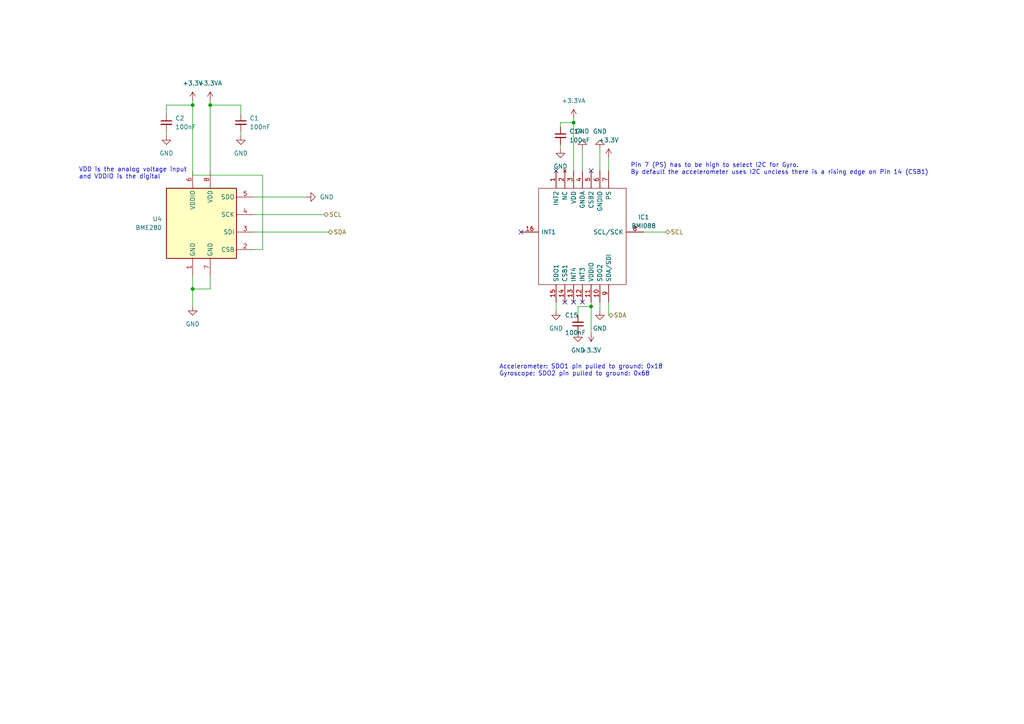
<source format=kicad_sch>
(kicad_sch (version 20211123) (generator eeschema)

  (uuid 2d7691d2-535b-4516-ba69-67d360335a53)

  (paper "A4")

  (lib_symbols
    (symbol "Components:BMI088" (pin_names (offset 0.762)) (in_bom yes) (on_board yes)
      (property "Reference" "IC" (id 0) (at 31.75 17.78 0)
        (effects (font (size 1.27 1.27)) (justify left))
      )
      (property "Value" "BMI088" (id 1) (at 31.75 15.24 0)
        (effects (font (size 1.27 1.27)) (justify left))
      )
      (property "Footprint" "Components:BMI088" (id 2) (at 31.75 12.7 0)
        (effects (font (size 1.27 1.27)) (justify left) hide)
      )
      (property "Datasheet" "https://datasheet.datasheetarchive.com/originals/distributors/Datasheets_SAMA/994c3bf88e91a9e9fead6a819d348e4d.pdf" (id 3) (at 31.75 10.16 0)
        (effects (font (size 1.27 1.27)) (justify left) hide)
      )
      (property "Description" "Inertial Measurement Unit Digital Output 2.5V/3.3V Automotive" (id 4) (at 31.75 7.62 0)
        (effects (font (size 1.27 1.27)) (justify left) hide)
      )
      (property "Height" "1.45" (id 5) (at 31.75 5.08 0)
        (effects (font (size 1.27 1.27)) (justify left) hide)
      )
      (property "Manufacturer_Name" "BOSCH" (id 6) (at 31.75 2.54 0)
        (effects (font (size 1.27 1.27)) (justify left) hide)
      )
      (property "Manufacturer_Part_Number" "BMI088" (id 7) (at 31.75 0 0)
        (effects (font (size 1.27 1.27)) (justify left) hide)
      )
      (property "Mouser Part Number" "262-BMI088" (id 8) (at 31.75 -2.54 0)
        (effects (font (size 1.27 1.27)) (justify left) hide)
      )
      (property "Mouser Price/Stock" "https://www.mouser.co.uk/ProductDetail/Bosch-Sensortec/BMI088?qs=f9yNj16SXrIMFspTV6RB6Q%3D%3D" (id 9) (at 31.75 -5.08 0)
        (effects (font (size 1.27 1.27)) (justify left) hide)
      )
      (property "Arrow Part Number" "BMI088" (id 10) (at 31.75 -7.62 0)
        (effects (font (size 1.27 1.27)) (justify left) hide)
      )
      (property "Arrow Price/Stock" "https://www.arrow.com/en/products/bmi088/bosch?region=europe" (id 11) (at 31.75 -10.16 0)
        (effects (font (size 1.27 1.27)) (justify left) hide)
      )
      (property "ki_description" "Inertial Measurement Unit Digital Output 2.5V/3.3V Automotive" (id 12) (at 0 0 0)
        (effects (font (size 1.27 1.27)) hide)
      )
      (symbol "BMI088_0_0"
        (pin passive line (at 10.16 17.78 270) (length 5.08)
          (name "INT2" (effects (font (size 1.27 1.27))))
          (number "1" (effects (font (size 1.27 1.27))))
        )
        (pin passive line (at 22.86 -20.32 90) (length 5.08)
          (name "SDO2" (effects (font (size 1.27 1.27))))
          (number "10" (effects (font (size 1.27 1.27))))
        )
        (pin passive line (at 20.32 -20.32 90) (length 5.08)
          (name "VDDIO" (effects (font (size 1.27 1.27))))
          (number "11" (effects (font (size 1.27 1.27))))
        )
        (pin passive line (at 17.78 -20.32 90) (length 5.08)
          (name "INT3" (effects (font (size 1.27 1.27))))
          (number "12" (effects (font (size 1.27 1.27))))
        )
        (pin passive line (at 15.24 -20.32 90) (length 5.08)
          (name "INT4" (effects (font (size 1.27 1.27))))
          (number "13" (effects (font (size 1.27 1.27))))
        )
        (pin passive line (at 12.7 -20.32 90) (length 5.08)
          (name "CSB1" (effects (font (size 1.27 1.27))))
          (number "14" (effects (font (size 1.27 1.27))))
        )
        (pin passive line (at 10.16 -20.32 90) (length 5.08)
          (name "SDO1" (effects (font (size 1.27 1.27))))
          (number "15" (effects (font (size 1.27 1.27))))
        )
        (pin passive line (at 0 0 0) (length 5.08)
          (name "INT1" (effects (font (size 1.27 1.27))))
          (number "16" (effects (font (size 1.27 1.27))))
        )
        (pin no_connect line (at 12.7 17.78 270) (length 5.08)
          (name "NC" (effects (font (size 1.27 1.27))))
          (number "2" (effects (font (size 1.27 1.27))))
        )
        (pin passive line (at 15.24 17.78 270) (length 5.08)
          (name "VDD" (effects (font (size 1.27 1.27))))
          (number "3" (effects (font (size 1.27 1.27))))
        )
        (pin passive line (at 17.78 17.78 270) (length 5.08)
          (name "GNDA" (effects (font (size 1.27 1.27))))
          (number "4" (effects (font (size 1.27 1.27))))
        )
        (pin passive line (at 20.32 17.78 270) (length 5.08)
          (name "CSB2" (effects (font (size 1.27 1.27))))
          (number "5" (effects (font (size 1.27 1.27))))
        )
        (pin passive line (at 22.86 17.78 270) (length 5.08)
          (name "GNDIO" (effects (font (size 1.27 1.27))))
          (number "6" (effects (font (size 1.27 1.27))))
        )
        (pin passive line (at 25.4 17.78 270) (length 5.08)
          (name "PS" (effects (font (size 1.27 1.27))))
          (number "7" (effects (font (size 1.27 1.27))))
        )
        (pin passive line (at 35.56 0 180) (length 5.08)
          (name "SCL/SCK" (effects (font (size 1.27 1.27))))
          (number "8" (effects (font (size 1.27 1.27))))
        )
        (pin passive line (at 25.4 -20.32 90) (length 5.08)
          (name "SDA/SDI" (effects (font (size 1.27 1.27))))
          (number "9" (effects (font (size 1.27 1.27))))
        )
      )
      (symbol "BMI088_0_1"
        (polyline
          (pts
            (xy 5.08 12.7)
            (xy 30.48 12.7)
            (xy 30.48 -15.24)
            (xy 5.08 -15.24)
            (xy 5.08 12.7)
          )
          (stroke (width 0.1524) (type default) (color 0 0 0 0))
          (fill (type none))
        )
      )
    )
    (symbol "Device:C_Small" (pin_numbers hide) (pin_names (offset 0.254) hide) (in_bom yes) (on_board yes)
      (property "Reference" "C" (id 0) (at 0.254 1.778 0)
        (effects (font (size 1.27 1.27)) (justify left))
      )
      (property "Value" "C_Small" (id 1) (at 0.254 -2.032 0)
        (effects (font (size 1.27 1.27)) (justify left))
      )
      (property "Footprint" "" (id 2) (at 0 0 0)
        (effects (font (size 1.27 1.27)) hide)
      )
      (property "Datasheet" "~" (id 3) (at 0 0 0)
        (effects (font (size 1.27 1.27)) hide)
      )
      (property "ki_keywords" "capacitor cap" (id 4) (at 0 0 0)
        (effects (font (size 1.27 1.27)) hide)
      )
      (property "ki_description" "Unpolarized capacitor, small symbol" (id 5) (at 0 0 0)
        (effects (font (size 1.27 1.27)) hide)
      )
      (property "ki_fp_filters" "C_*" (id 6) (at 0 0 0)
        (effects (font (size 1.27 1.27)) hide)
      )
      (symbol "C_Small_0_1"
        (polyline
          (pts
            (xy -1.524 -0.508)
            (xy 1.524 -0.508)
          )
          (stroke (width 0.3302) (type default) (color 0 0 0 0))
          (fill (type none))
        )
        (polyline
          (pts
            (xy -1.524 0.508)
            (xy 1.524 0.508)
          )
          (stroke (width 0.3048) (type default) (color 0 0 0 0))
          (fill (type none))
        )
      )
      (symbol "C_Small_1_1"
        (pin passive line (at 0 2.54 270) (length 2.032)
          (name "~" (effects (font (size 1.27 1.27))))
          (number "1" (effects (font (size 1.27 1.27))))
        )
        (pin passive line (at 0 -2.54 90) (length 2.032)
          (name "~" (effects (font (size 1.27 1.27))))
          (number "2" (effects (font (size 1.27 1.27))))
        )
      )
    )
    (symbol "Sensor:BME280" (in_bom yes) (on_board yes)
      (property "Reference" "U" (id 0) (at -8.89 11.43 0)
        (effects (font (size 1.27 1.27)))
      )
      (property "Value" "BME280" (id 1) (at 7.62 11.43 0)
        (effects (font (size 1.27 1.27)))
      )
      (property "Footprint" "Package_LGA:Bosch_LGA-8_2.5x2.5mm_P0.65mm_ClockwisePinNumbering" (id 2) (at 38.1 -11.43 0)
        (effects (font (size 1.27 1.27)) hide)
      )
      (property "Datasheet" "https://ae-bst.resource.bosch.com/media/_tech/media/datasheets/BST-BME280-DS002.pdf" (id 3) (at 0 -5.08 0)
        (effects (font (size 1.27 1.27)) hide)
      )
      (property "ki_keywords" "Bosch pressure humidity temperature environment environmental measurement digital" (id 4) (at 0 0 0)
        (effects (font (size 1.27 1.27)) hide)
      )
      (property "ki_description" "3-in-1 sensor, humidity, pressure, temperature, I2C and SPI interface, 1.71-3.6V, LGA-8" (id 5) (at 0 0 0)
        (effects (font (size 1.27 1.27)) hide)
      )
      (property "ki_fp_filters" "*LGA*2.5x2.5mm*P0.65mm*Clockwise*" (id 6) (at 0 0 0)
        (effects (font (size 1.27 1.27)) hide)
      )
      (symbol "BME280_0_1"
        (rectangle (start -10.16 10.16) (end 10.16 -10.16)
          (stroke (width 0.254) (type default) (color 0 0 0 0))
          (fill (type background))
        )
      )
      (symbol "BME280_1_1"
        (pin power_in line (at -2.54 -15.24 90) (length 5.08)
          (name "GND" (effects (font (size 1.27 1.27))))
          (number "1" (effects (font (size 1.27 1.27))))
        )
        (pin input line (at 15.24 -7.62 180) (length 5.08)
          (name "CSB" (effects (font (size 1.27 1.27))))
          (number "2" (effects (font (size 1.27 1.27))))
        )
        (pin bidirectional line (at 15.24 -2.54 180) (length 5.08)
          (name "SDI" (effects (font (size 1.27 1.27))))
          (number "3" (effects (font (size 1.27 1.27))))
        )
        (pin input line (at 15.24 2.54 180) (length 5.08)
          (name "SCK" (effects (font (size 1.27 1.27))))
          (number "4" (effects (font (size 1.27 1.27))))
        )
        (pin bidirectional line (at 15.24 7.62 180) (length 5.08)
          (name "SDO" (effects (font (size 1.27 1.27))))
          (number "5" (effects (font (size 1.27 1.27))))
        )
        (pin power_in line (at -2.54 15.24 270) (length 5.08)
          (name "VDDIO" (effects (font (size 1.27 1.27))))
          (number "6" (effects (font (size 1.27 1.27))))
        )
        (pin power_in line (at 2.54 -15.24 90) (length 5.08)
          (name "GND" (effects (font (size 1.27 1.27))))
          (number "7" (effects (font (size 1.27 1.27))))
        )
        (pin power_in line (at 2.54 15.24 270) (length 5.08)
          (name "VDD" (effects (font (size 1.27 1.27))))
          (number "8" (effects (font (size 1.27 1.27))))
        )
      )
    )
    (symbol "power:+3.3V" (power) (pin_names (offset 0)) (in_bom yes) (on_board yes)
      (property "Reference" "#PWR" (id 0) (at 0 -3.81 0)
        (effects (font (size 1.27 1.27)) hide)
      )
      (property "Value" "+3.3V" (id 1) (at 0 3.556 0)
        (effects (font (size 1.27 1.27)))
      )
      (property "Footprint" "" (id 2) (at 0 0 0)
        (effects (font (size 1.27 1.27)) hide)
      )
      (property "Datasheet" "" (id 3) (at 0 0 0)
        (effects (font (size 1.27 1.27)) hide)
      )
      (property "ki_keywords" "power-flag" (id 4) (at 0 0 0)
        (effects (font (size 1.27 1.27)) hide)
      )
      (property "ki_description" "Power symbol creates a global label with name \"+3.3V\"" (id 5) (at 0 0 0)
        (effects (font (size 1.27 1.27)) hide)
      )
      (symbol "+3.3V_0_1"
        (polyline
          (pts
            (xy -0.762 1.27)
            (xy 0 2.54)
          )
          (stroke (width 0) (type default) (color 0 0 0 0))
          (fill (type none))
        )
        (polyline
          (pts
            (xy 0 0)
            (xy 0 2.54)
          )
          (stroke (width 0) (type default) (color 0 0 0 0))
          (fill (type none))
        )
        (polyline
          (pts
            (xy 0 2.54)
            (xy 0.762 1.27)
          )
          (stroke (width 0) (type default) (color 0 0 0 0))
          (fill (type none))
        )
      )
      (symbol "+3.3V_1_1"
        (pin power_in line (at 0 0 90) (length 0) hide
          (name "+3.3V" (effects (font (size 1.27 1.27))))
          (number "1" (effects (font (size 1.27 1.27))))
        )
      )
    )
    (symbol "power:+3.3VA" (power) (pin_names (offset 0)) (in_bom yes) (on_board yes)
      (property "Reference" "#PWR" (id 0) (at 0 -3.81 0)
        (effects (font (size 1.27 1.27)) hide)
      )
      (property "Value" "+3.3VA" (id 1) (at 0 3.556 0)
        (effects (font (size 1.27 1.27)))
      )
      (property "Footprint" "" (id 2) (at 0 0 0)
        (effects (font (size 1.27 1.27)) hide)
      )
      (property "Datasheet" "" (id 3) (at 0 0 0)
        (effects (font (size 1.27 1.27)) hide)
      )
      (property "ki_keywords" "power-flag" (id 4) (at 0 0 0)
        (effects (font (size 1.27 1.27)) hide)
      )
      (property "ki_description" "Power symbol creates a global label with name \"+3.3VA\"" (id 5) (at 0 0 0)
        (effects (font (size 1.27 1.27)) hide)
      )
      (symbol "+3.3VA_0_1"
        (polyline
          (pts
            (xy -0.762 1.27)
            (xy 0 2.54)
          )
          (stroke (width 0) (type default) (color 0 0 0 0))
          (fill (type none))
        )
        (polyline
          (pts
            (xy 0 0)
            (xy 0 2.54)
          )
          (stroke (width 0) (type default) (color 0 0 0 0))
          (fill (type none))
        )
        (polyline
          (pts
            (xy 0 2.54)
            (xy 0.762 1.27)
          )
          (stroke (width 0) (type default) (color 0 0 0 0))
          (fill (type none))
        )
      )
      (symbol "+3.3VA_1_1"
        (pin power_in line (at 0 0 90) (length 0) hide
          (name "+3.3VA" (effects (font (size 1.27 1.27))))
          (number "1" (effects (font (size 1.27 1.27))))
        )
      )
    )
    (symbol "power:GND" (power) (pin_names (offset 0)) (in_bom yes) (on_board yes)
      (property "Reference" "#PWR" (id 0) (at 0 -6.35 0)
        (effects (font (size 1.27 1.27)) hide)
      )
      (property "Value" "GND" (id 1) (at 0 -3.81 0)
        (effects (font (size 1.27 1.27)))
      )
      (property "Footprint" "" (id 2) (at 0 0 0)
        (effects (font (size 1.27 1.27)) hide)
      )
      (property "Datasheet" "" (id 3) (at 0 0 0)
        (effects (font (size 1.27 1.27)) hide)
      )
      (property "ki_keywords" "power-flag" (id 4) (at 0 0 0)
        (effects (font (size 1.27 1.27)) hide)
      )
      (property "ki_description" "Power symbol creates a global label with name \"GND\" , ground" (id 5) (at 0 0 0)
        (effects (font (size 1.27 1.27)) hide)
      )
      (symbol "GND_0_1"
        (polyline
          (pts
            (xy 0 0)
            (xy 0 -1.27)
            (xy 1.27 -1.27)
            (xy 0 -2.54)
            (xy -1.27 -1.27)
            (xy 0 -1.27)
          )
          (stroke (width 0) (type default) (color 0 0 0 0))
          (fill (type none))
        )
      )
      (symbol "GND_1_1"
        (pin power_in line (at 0 0 270) (length 0) hide
          (name "GND" (effects (font (size 1.27 1.27))))
          (number "1" (effects (font (size 1.27 1.27))))
        )
      )
    )
  )

  (junction (at 55.88 30.48) (diameter 0) (color 0 0 0 0)
    (uuid 0b696fdd-c614-4772-b1c8-024aa3392b0b)
  )
  (junction (at 166.37 35.56) (diameter 0) (color 0 0 0 0)
    (uuid 3cecc111-692a-47e8-9bee-03d316a5be0c)
  )
  (junction (at 55.88 83.82) (diameter 0) (color 0 0 0 0)
    (uuid 6dc93bff-1846-47a3-907d-5d1d27a09352)
  )
  (junction (at 171.45 88.9) (diameter 0) (color 0 0 0 0)
    (uuid a89ffc94-39fa-4850-88c4-0b1910382dd1)
  )
  (junction (at 60.96 30.48) (diameter 0) (color 0 0 0 0)
    (uuid cb96917c-3cb1-4814-8e6b-7011b279b2ba)
  )

  (no_connect (at 166.37 87.63) (uuid 334f459d-a1c0-4857-8a74-32fd5aa6a432))
  (no_connect (at 151.13 67.31) (uuid 334f459d-a1c0-4857-8a74-32fd5aa6a433))
  (no_connect (at 168.91 87.63) (uuid 334f459d-a1c0-4857-8a74-32fd5aa6a434))
  (no_connect (at 163.83 87.63) (uuid 334f459d-a1c0-4857-8a74-32fd5aa6a435))
  (no_connect (at 171.45 49.53) (uuid 4a1ffbda-3005-4756-848a-4528f2bf723c))
  (no_connect (at 161.29 49.53) (uuid 4a1ffbda-3005-4756-848a-4528f2bf723d))

  (wire (pts (xy 171.45 88.9) (xy 171.45 96.52))
    (stroke (width 0) (type default) (color 0 0 0 0))
    (uuid 0285c2cd-66cd-4114-8727-7a46a6522520)
  )
  (wire (pts (xy 171.45 87.63) (xy 171.45 88.9))
    (stroke (width 0) (type default) (color 0 0 0 0))
    (uuid 08fb5341-7c80-446f-9c37-965daa3bc8c9)
  )
  (wire (pts (xy 69.85 38.1) (xy 69.85 39.37))
    (stroke (width 0) (type default) (color 0 0 0 0))
    (uuid 09bdbdaf-c5dc-46c0-a7ca-008d5f3f6d20)
  )
  (wire (pts (xy 48.26 33.02) (xy 48.26 30.48))
    (stroke (width 0) (type default) (color 0 0 0 0))
    (uuid 0cb83565-cc0c-45fc-8a7f-1b810b0e03bc)
  )
  (wire (pts (xy 60.96 29.21) (xy 60.96 30.48))
    (stroke (width 0) (type default) (color 0 0 0 0))
    (uuid 1249bf39-7fb3-4779-ba9e-27e3afb0ea16)
  )
  (wire (pts (xy 73.66 57.15) (xy 88.9 57.15))
    (stroke (width 0) (type default) (color 0 0 0 0))
    (uuid 1270addc-1495-479d-a9c5-abb394658d86)
  )
  (wire (pts (xy 162.56 35.56) (xy 166.37 35.56))
    (stroke (width 0) (type default) (color 0 0 0 0))
    (uuid 24e4a6b2-9adf-4c97-9c78-1b402225d36b)
  )
  (wire (pts (xy 173.99 43.18) (xy 173.99 49.53))
    (stroke (width 0) (type default) (color 0 0 0 0))
    (uuid 378b676a-9403-434c-8572-ebf300d4445b)
  )
  (wire (pts (xy 55.88 83.82) (xy 55.88 88.9))
    (stroke (width 0) (type default) (color 0 0 0 0))
    (uuid 402cdcff-8eb3-4778-9e98-e628de2188ed)
  )
  (wire (pts (xy 173.99 87.63) (xy 173.99 90.17))
    (stroke (width 0) (type default) (color 0 0 0 0))
    (uuid 46020a3f-7c5f-4f06-b199-9f8e179f5928)
  )
  (wire (pts (xy 73.66 72.39) (xy 76.2 72.39))
    (stroke (width 0) (type default) (color 0 0 0 0))
    (uuid 6a645087-f500-4ebd-b2ce-04ee63d36bfc)
  )
  (wire (pts (xy 60.96 80.01) (xy 60.96 83.82))
    (stroke (width 0) (type default) (color 0 0 0 0))
    (uuid 742ddf18-85fb-4194-9753-047eea641662)
  )
  (wire (pts (xy 55.88 29.21) (xy 55.88 30.48))
    (stroke (width 0) (type default) (color 0 0 0 0))
    (uuid 74a2f208-fe87-4bce-9a92-06af65f39ec5)
  )
  (wire (pts (xy 166.37 35.56) (xy 166.37 49.53))
    (stroke (width 0) (type default) (color 0 0 0 0))
    (uuid 875a8d07-efa1-4ba7-9a04-907909094584)
  )
  (wire (pts (xy 55.88 30.48) (xy 55.88 50.8))
    (stroke (width 0) (type default) (color 0 0 0 0))
    (uuid 8a156fb8-b619-4e9d-b59a-44b50ce33c0f)
  )
  (wire (pts (xy 168.91 43.18) (xy 168.91 49.53))
    (stroke (width 0) (type default) (color 0 0 0 0))
    (uuid 94a99882-8643-4d07-8073-07fa3968f7d0)
  )
  (wire (pts (xy 55.88 80.01) (xy 55.88 83.82))
    (stroke (width 0) (type default) (color 0 0 0 0))
    (uuid 962e99b0-08f3-4169-9036-b2ae0a2dbabc)
  )
  (wire (pts (xy 73.66 67.31) (xy 95.25 67.31))
    (stroke (width 0) (type default) (color 0 0 0 0))
    (uuid 98ca4f8c-63b8-4425-8c4c-871387a2fb29)
  )
  (wire (pts (xy 73.66 62.23) (xy 93.98 62.23))
    (stroke (width 0) (type default) (color 0 0 0 0))
    (uuid 9e04f0df-4d20-47e3-bfec-996663491c63)
  )
  (wire (pts (xy 55.88 50.8) (xy 76.2 50.8))
    (stroke (width 0) (type default) (color 0 0 0 0))
    (uuid ae82b9bc-c132-40c9-a71d-1421bfa66c27)
  )
  (wire (pts (xy 176.53 45.72) (xy 176.53 49.53))
    (stroke (width 0) (type default) (color 0 0 0 0))
    (uuid b1e95785-a183-4431-93b8-a4c3e6c8a334)
  )
  (wire (pts (xy 60.96 30.48) (xy 69.85 30.48))
    (stroke (width 0) (type default) (color 0 0 0 0))
    (uuid b27c478b-22f3-4b4e-b562-bbbe6cb47eb4)
  )
  (wire (pts (xy 162.56 36.83) (xy 162.56 35.56))
    (stroke (width 0) (type default) (color 0 0 0 0))
    (uuid b6d462be-4963-40d8-9bac-88895b7a4d12)
  )
  (wire (pts (xy 176.53 87.63) (xy 176.53 91.44))
    (stroke (width 0) (type default) (color 0 0 0 0))
    (uuid ba06a94b-ade3-4844-92fb-31da461df0be)
  )
  (wire (pts (xy 69.85 33.02) (xy 69.85 30.48))
    (stroke (width 0) (type default) (color 0 0 0 0))
    (uuid c1d0c780-304a-4d25-9322-6d350f7cb673)
  )
  (wire (pts (xy 161.29 87.63) (xy 161.29 90.17))
    (stroke (width 0) (type default) (color 0 0 0 0))
    (uuid c8f18693-3707-4c85-b3af-f4c58c971038)
  )
  (wire (pts (xy 167.64 88.9) (xy 171.45 88.9))
    (stroke (width 0) (type default) (color 0 0 0 0))
    (uuid ca613c1f-71fb-45d0-b867-839ea77ed00e)
  )
  (wire (pts (xy 166.37 34.29) (xy 166.37 35.56))
    (stroke (width 0) (type default) (color 0 0 0 0))
    (uuid cac4bed6-896f-435e-ae67-1a299a727301)
  )
  (wire (pts (xy 55.88 83.82) (xy 60.96 83.82))
    (stroke (width 0) (type default) (color 0 0 0 0))
    (uuid d770bedc-a6c4-4187-a6c5-d568df0ee636)
  )
  (wire (pts (xy 76.2 72.39) (xy 76.2 50.8))
    (stroke (width 0) (type default) (color 0 0 0 0))
    (uuid d8ddb25a-a5a5-4015-b4b4-5933ab4da597)
  )
  (wire (pts (xy 162.56 41.91) (xy 162.56 43.18))
    (stroke (width 0) (type default) (color 0 0 0 0))
    (uuid dac2e87c-4d70-4f5b-9f84-dc46fcb65450)
  )
  (wire (pts (xy 48.26 38.1) (xy 48.26 39.37))
    (stroke (width 0) (type default) (color 0 0 0 0))
    (uuid eab2b363-4296-4dd2-9930-01f038ff5fe2)
  )
  (wire (pts (xy 60.96 30.48) (xy 60.96 49.53))
    (stroke (width 0) (type default) (color 0 0 0 0))
    (uuid ef4e1252-aac8-431d-a815-693663702631)
  )
  (wire (pts (xy 48.26 30.48) (xy 55.88 30.48))
    (stroke (width 0) (type default) (color 0 0 0 0))
    (uuid ef81114c-ddbc-4042-8b33-9f7944f87880)
  )
  (wire (pts (xy 186.69 67.31) (xy 193.04 67.31))
    (stroke (width 0) (type default) (color 0 0 0 0))
    (uuid f0bd7750-2a46-412b-bb0f-6e38674b8c74)
  )
  (wire (pts (xy 167.64 88.9) (xy 167.64 91.44))
    (stroke (width 0) (type default) (color 0 0 0 0))
    (uuid f90bcedc-092b-45ea-be95-10f4d083eea3)
  )

  (text "VDD is the analog voltage input \nand VDDIO is the digital\n"
    (at 22.86 52.07 0)
    (effects (font (size 1.27 1.27)) (justify left bottom))
    (uuid 5202f843-77b0-4959-ad70-f9e15d70a290)
  )
  (text "Pin 7 (PS) has to be high to select I2C for Gyro. \nBy default the accelerometer uses I2C uncless there is a rising edge on Pin 14 (CSB1) \n"
    (at 182.88 50.8 0)
    (effects (font (size 1.27 1.27)) (justify left bottom))
    (uuid 55ff1597-6d3b-413f-8cac-a1395d4d09b3)
  )
  (text "Accelerometer: SDO1 pin pulled to ground: 0x18\nGyroscope: SDO2 pin pulled to ground: 0x68"
    (at 144.78 109.22 0)
    (effects (font (size 1.27 1.27)) (justify left bottom))
    (uuid 5b638b05-806b-4107-a4db-558d65161276)
  )

  (hierarchical_label "SCL" (shape bidirectional) (at 93.98 62.23 0)
    (effects (font (size 1.27 1.27)) (justify left))
    (uuid 09357260-275d-4482-ad77-b7b16f21f1ec)
  )
  (hierarchical_label "SDA" (shape bidirectional) (at 176.53 91.44 0)
    (effects (font (size 1.27 1.27)) (justify left))
    (uuid 16003970-6861-4510-99c8-aee0800730bf)
  )
  (hierarchical_label "SCL" (shape bidirectional) (at 193.04 67.31 0)
    (effects (font (size 1.27 1.27)) (justify left))
    (uuid d2d335bc-9f35-48d8-8ee3-ca3ef9491199)
  )
  (hierarchical_label "SDA" (shape bidirectional) (at 95.25 67.31 0)
    (effects (font (size 1.27 1.27)) (justify left))
    (uuid e6da40fa-2b1a-483e-8840-798157fc19ee)
  )

  (symbol (lib_id "power:+3.3VA") (at 166.37 34.29 0) (unit 1)
    (in_bom yes) (on_board yes) (fields_autoplaced)
    (uuid 01b0e2d3-6aab-42b8-a77e-af64a5d93132)
    (property "Reference" "#PWR0143" (id 0) (at 166.37 38.1 0)
      (effects (font (size 1.27 1.27)) hide)
    )
    (property "Value" "+3.3VA" (id 1) (at 166.37 29.21 0))
    (property "Footprint" "" (id 2) (at 166.37 34.29 0)
      (effects (font (size 1.27 1.27)) hide)
    )
    (property "Datasheet" "" (id 3) (at 166.37 34.29 0)
      (effects (font (size 1.27 1.27)) hide)
    )
    (pin "1" (uuid cc647d90-90a9-44b7-9657-e8e0bd0273fc))
  )

  (symbol (lib_id "power:+3.3V") (at 55.88 29.21 0) (unit 1)
    (in_bom yes) (on_board yes) (fields_autoplaced)
    (uuid 0ed6d568-4ff0-4706-981e-644385d4eeaf)
    (property "Reference" "#PWR0103" (id 0) (at 55.88 33.02 0)
      (effects (font (size 1.27 1.27)) hide)
    )
    (property "Value" "+3.3V" (id 1) (at 55.88 24.13 0))
    (property "Footprint" "" (id 2) (at 55.88 29.21 0)
      (effects (font (size 1.27 1.27)) hide)
    )
    (property "Datasheet" "" (id 3) (at 55.88 29.21 0)
      (effects (font (size 1.27 1.27)) hide)
    )
    (pin "1" (uuid 65057aa9-13b6-42ff-8978-cfb2b3b3f14e))
  )

  (symbol (lib_id "power:+3.3V") (at 171.45 96.52 180) (unit 1)
    (in_bom yes) (on_board yes) (fields_autoplaced)
    (uuid 14272c19-9cda-448c-99ba-6ac744f1e184)
    (property "Reference" "#PWR0137" (id 0) (at 171.45 92.71 0)
      (effects (font (size 1.27 1.27)) hide)
    )
    (property "Value" "+3.3V" (id 1) (at 171.45 101.6 0))
    (property "Footprint" "" (id 2) (at 171.45 96.52 0)
      (effects (font (size 1.27 1.27)) hide)
    )
    (property "Datasheet" "" (id 3) (at 171.45 96.52 0)
      (effects (font (size 1.27 1.27)) hide)
    )
    (pin "1" (uuid 7cde6a16-374e-448a-9242-3f6c68804522))
  )

  (symbol (lib_id "power:GND") (at 162.56 43.18 0) (unit 1)
    (in_bom yes) (on_board yes) (fields_autoplaced)
    (uuid 189e1ea7-9b11-453f-9666-2914d42912ba)
    (property "Reference" "#PWR0139" (id 0) (at 162.56 49.53 0)
      (effects (font (size 1.27 1.27)) hide)
    )
    (property "Value" "GND" (id 1) (at 162.56 48.26 0))
    (property "Footprint" "" (id 2) (at 162.56 43.18 0)
      (effects (font (size 1.27 1.27)) hide)
    )
    (property "Datasheet" "" (id 3) (at 162.56 43.18 0)
      (effects (font (size 1.27 1.27)) hide)
    )
    (pin "1" (uuid 95ac3bad-39d1-4c6e-9b2c-39b97af4b114))
  )

  (symbol (lib_id "power:GND") (at 168.91 43.18 180) (unit 1)
    (in_bom yes) (on_board yes) (fields_autoplaced)
    (uuid 20481faf-9cac-4286-b03d-8262e09cee96)
    (property "Reference" "#PWR0140" (id 0) (at 168.91 36.83 0)
      (effects (font (size 1.27 1.27)) hide)
    )
    (property "Value" "GND" (id 1) (at 168.91 38.1 0))
    (property "Footprint" "" (id 2) (at 168.91 43.18 0)
      (effects (font (size 1.27 1.27)) hide)
    )
    (property "Datasheet" "" (id 3) (at 168.91 43.18 0)
      (effects (font (size 1.27 1.27)) hide)
    )
    (pin "1" (uuid a2557eb7-1a9f-489f-ac09-5d6525ff2fc8))
  )

  (symbol (lib_id "Components:BMI088") (at 151.13 67.31 0) (unit 1)
    (in_bom yes) (on_board yes) (fields_autoplaced)
    (uuid 213656ef-6cc2-43c7-a7af-aa49747656c2)
    (property "Reference" "IC1" (id 0) (at 186.69 62.9793 0))
    (property "Value" "BMI088" (id 1) (at 186.69 65.5193 0))
    (property "Footprint" "Components:BMI088" (id 2) (at 182.88 54.61 0)
      (effects (font (size 1.27 1.27)) (justify left) hide)
    )
    (property "Datasheet" "https://datasheet.datasheetarchive.com/originals/distributors/Datasheets_SAMA/994c3bf88e91a9e9fead6a819d348e4d.pdf" (id 3) (at 182.88 57.15 0)
      (effects (font (size 1.27 1.27)) (justify left) hide)
    )
    (property "Description" "Inertial Measurement Unit Digital Output 2.5V/3.3V Automotive" (id 4) (at 182.88 59.69 0)
      (effects (font (size 1.27 1.27)) (justify left) hide)
    )
    (property "Height" "1.45" (id 5) (at 182.88 62.23 0)
      (effects (font (size 1.27 1.27)) (justify left) hide)
    )
    (property "Manufacturer_Name" "BOSCH" (id 6) (at 182.88 64.77 0)
      (effects (font (size 1.27 1.27)) (justify left) hide)
    )
    (property "Manufacturer_Part_Number" "BMI088" (id 7) (at 182.88 67.31 0)
      (effects (font (size 1.27 1.27)) (justify left) hide)
    )
    (property "Mouser Part Number" "262-BMI088" (id 8) (at 182.88 69.85 0)
      (effects (font (size 1.27 1.27)) (justify left) hide)
    )
    (property "Mouser Price/Stock" "https://www.mouser.co.uk/ProductDetail/Bosch-Sensortec/BMI088?qs=f9yNj16SXrIMFspTV6RB6Q%3D%3D" (id 9) (at 182.88 72.39 0)
      (effects (font (size 1.27 1.27)) (justify left) hide)
    )
    (property "Arrow Part Number" "BMI088" (id 10) (at 182.88 74.93 0)
      (effects (font (size 1.27 1.27)) (justify left) hide)
    )
    (property "Arrow Price/Stock" "https://www.arrow.com/en/products/bmi088/bosch?region=europe" (id 11) (at 182.88 77.47 0)
      (effects (font (size 1.27 1.27)) (justify left) hide)
    )
    (pin "1" (uuid ea106332-a9bd-44e4-8e89-ebc72b6e14c6))
    (pin "10" (uuid bc811604-783a-474d-8319-0db25def1c61))
    (pin "11" (uuid 0d949a59-fb11-4677-bec9-e0e05907fa27))
    (pin "12" (uuid 1254fc92-7fa7-48d3-92d4-f89f4594b5b9))
    (pin "13" (uuid 93bf7186-70b1-4225-b244-22df49386569))
    (pin "14" (uuid b6b27532-c2b1-474f-ba94-62751889f667))
    (pin "15" (uuid a32c1053-583c-422c-a580-e86294991d45))
    (pin "16" (uuid 8f10b31e-3866-4ed4-b8fb-c4ec6f1c8847))
    (pin "2" (uuid 50b692e3-05c2-4989-a466-46f23f8e5e20))
    (pin "3" (uuid 890f7392-9ec6-4330-b533-557b6248cb51))
    (pin "4" (uuid 90d2c430-3d6f-4afa-a0bc-44b3e01163aa))
    (pin "5" (uuid aa735013-9ea9-4c9f-ae23-1f44634296bb))
    (pin "6" (uuid 7cafef6c-5cd3-4d0e-bd56-e1485f9a02ed))
    (pin "7" (uuid ed76e068-7db8-4c7e-b5e6-cf68c2c8f0b4))
    (pin "8" (uuid af4b9c92-187f-4515-b829-9b04a6118161))
    (pin "9" (uuid 8db23a3b-5033-47e2-9a90-64b4c1f6d3e4))
  )

  (symbol (lib_id "power:+3.3VA") (at 60.96 29.21 0) (unit 1)
    (in_bom yes) (on_board yes)
    (uuid 275e6250-f94b-40a1-8230-c43fb0e7da95)
    (property "Reference" "#PWR0104" (id 0) (at 60.96 33.02 0)
      (effects (font (size 1.27 1.27)) hide)
    )
    (property "Value" "+3.3VA" (id 1) (at 60.96 24.13 0))
    (property "Footprint" "" (id 2) (at 60.96 29.21 0)
      (effects (font (size 1.27 1.27)) hide)
    )
    (property "Datasheet" "" (id 3) (at 60.96 29.21 0)
      (effects (font (size 1.27 1.27)) hide)
    )
    (pin "1" (uuid d1a2d3ea-6a5e-4124-99d4-ad62f716ef9f))
  )

  (symbol (lib_id "Device:C_Small") (at 48.26 35.56 0) (unit 1)
    (in_bom yes) (on_board yes) (fields_autoplaced)
    (uuid 316bda62-5b0b-4d37-9d00-8c52b1e505e3)
    (property "Reference" "C2" (id 0) (at 50.8 34.2962 0)
      (effects (font (size 1.27 1.27)) (justify left))
    )
    (property "Value" "100nF" (id 1) (at 50.8 36.8362 0)
      (effects (font (size 1.27 1.27)) (justify left))
    )
    (property "Footprint" "Capacitor_SMD:C_0603_1608Metric" (id 2) (at 48.26 35.56 0)
      (effects (font (size 1.27 1.27)) hide)
    )
    (property "Datasheet" "~" (id 3) (at 48.26 35.56 0)
      (effects (font (size 1.27 1.27)) hide)
    )
    (pin "1" (uuid 9eea6c9e-d0bd-4eaf-9fd6-74aeae4d8cae))
    (pin "2" (uuid e78b1922-ac1d-4da3-bd58-17ffc6bce76f))
  )

  (symbol (lib_id "power:GND") (at 173.99 90.17 0) (unit 1)
    (in_bom yes) (on_board yes) (fields_autoplaced)
    (uuid 31bf2d11-c4e5-4923-b7cf-edda45f3b2de)
    (property "Reference" "#PWR0138" (id 0) (at 173.99 96.52 0)
      (effects (font (size 1.27 1.27)) hide)
    )
    (property "Value" "GND" (id 1) (at 173.99 95.25 0))
    (property "Footprint" "" (id 2) (at 173.99 90.17 0)
      (effects (font (size 1.27 1.27)) hide)
    )
    (property "Datasheet" "" (id 3) (at 173.99 90.17 0)
      (effects (font (size 1.27 1.27)) hide)
    )
    (pin "1" (uuid 9427e0a6-b8b9-4d3c-bc25-3281d3759fa1))
  )

  (symbol (lib_id "power:GND") (at 55.88 88.9 0) (unit 1)
    (in_bom yes) (on_board yes) (fields_autoplaced)
    (uuid 443886d2-fb55-4fd8-8135-83f1c746e9db)
    (property "Reference" "#PWR0101" (id 0) (at 55.88 95.25 0)
      (effects (font (size 1.27 1.27)) hide)
    )
    (property "Value" "GND" (id 1) (at 55.88 93.98 0))
    (property "Footprint" "" (id 2) (at 55.88 88.9 0)
      (effects (font (size 1.27 1.27)) hide)
    )
    (property "Datasheet" "" (id 3) (at 55.88 88.9 0)
      (effects (font (size 1.27 1.27)) hide)
    )
    (pin "1" (uuid 63d0962d-b5b4-409e-856a-48ba567d9eab))
  )

  (symbol (lib_id "power:GND") (at 173.99 43.18 180) (unit 1)
    (in_bom yes) (on_board yes) (fields_autoplaced)
    (uuid 44e512aa-a855-457a-ab46-1d45c2ce7176)
    (property "Reference" "#PWR0141" (id 0) (at 173.99 36.83 0)
      (effects (font (size 1.27 1.27)) hide)
    )
    (property "Value" "GND" (id 1) (at 173.99 38.1 0))
    (property "Footprint" "" (id 2) (at 173.99 43.18 0)
      (effects (font (size 1.27 1.27)) hide)
    )
    (property "Datasheet" "" (id 3) (at 173.99 43.18 0)
      (effects (font (size 1.27 1.27)) hide)
    )
    (pin "1" (uuid 9c7c4694-1fe6-4d20-9114-f7d7aab67e7b))
  )

  (symbol (lib_id "power:GND") (at 69.85 39.37 0) (unit 1)
    (in_bom yes) (on_board yes) (fields_autoplaced)
    (uuid 454e23a4-1a05-481e-a83d-50bb1b755957)
    (property "Reference" "#PWR0144" (id 0) (at 69.85 45.72 0)
      (effects (font (size 1.27 1.27)) hide)
    )
    (property "Value" "GND" (id 1) (at 69.85 44.45 0))
    (property "Footprint" "" (id 2) (at 69.85 39.37 0)
      (effects (font (size 1.27 1.27)) hide)
    )
    (property "Datasheet" "" (id 3) (at 69.85 39.37 0)
      (effects (font (size 1.27 1.27)) hide)
    )
    (pin "1" (uuid 9c8219d7-68d8-4f30-8759-bac77320a6d1))
  )

  (symbol (lib_id "Device:C_Small") (at 162.56 39.37 0) (unit 1)
    (in_bom yes) (on_board yes) (fields_autoplaced)
    (uuid 485cf051-e6c6-4bff-babb-0280241debe5)
    (property "Reference" "C14" (id 0) (at 165.1 38.1062 0)
      (effects (font (size 1.27 1.27)) (justify left))
    )
    (property "Value" "100nF" (id 1) (at 165.1 40.6462 0)
      (effects (font (size 1.27 1.27)) (justify left))
    )
    (property "Footprint" "Capacitor_SMD:C_0603_1608Metric" (id 2) (at 162.56 39.37 0)
      (effects (font (size 1.27 1.27)) hide)
    )
    (property "Datasheet" "~" (id 3) (at 162.56 39.37 0)
      (effects (font (size 1.27 1.27)) hide)
    )
    (pin "1" (uuid 9c151e21-bea5-4131-a85b-88f41469df58))
    (pin "2" (uuid 0099cdd9-5d82-4fe3-bdc0-daea6cf20f96))
  )

  (symbol (lib_id "power:GND") (at 167.64 96.52 0) (unit 1)
    (in_bom yes) (on_board yes) (fields_autoplaced)
    (uuid 57f82ccb-7739-43e9-b442-518cb3b3ac96)
    (property "Reference" "#PWR0136" (id 0) (at 167.64 102.87 0)
      (effects (font (size 1.27 1.27)) hide)
    )
    (property "Value" "GND" (id 1) (at 167.64 101.6 0))
    (property "Footprint" "" (id 2) (at 167.64 96.52 0)
      (effects (font (size 1.27 1.27)) hide)
    )
    (property "Datasheet" "" (id 3) (at 167.64 96.52 0)
      (effects (font (size 1.27 1.27)) hide)
    )
    (pin "1" (uuid 586d7011-4be6-4589-8f8e-9a355f30ce4c))
  )

  (symbol (lib_id "power:+3.3V") (at 176.53 45.72 0) (unit 1)
    (in_bom yes) (on_board yes) (fields_autoplaced)
    (uuid 59d7023a-6c9a-4a27-a063-9abd603ef392)
    (property "Reference" "#PWR0142" (id 0) (at 176.53 49.53 0)
      (effects (font (size 1.27 1.27)) hide)
    )
    (property "Value" "+3.3V" (id 1) (at 176.53 40.64 0))
    (property "Footprint" "" (id 2) (at 176.53 45.72 0)
      (effects (font (size 1.27 1.27)) hide)
    )
    (property "Datasheet" "" (id 3) (at 176.53 45.72 0)
      (effects (font (size 1.27 1.27)) hide)
    )
    (pin "1" (uuid 0a22c652-89ed-4021-8a78-a226cf426d40))
  )

  (symbol (lib_id "power:GND") (at 88.9 57.15 90) (unit 1)
    (in_bom yes) (on_board yes) (fields_autoplaced)
    (uuid 75c84ad0-9e28-4279-b064-0beebeaa0453)
    (property "Reference" "#PWR0102" (id 0) (at 95.25 57.15 0)
      (effects (font (size 1.27 1.27)) hide)
    )
    (property "Value" "GND" (id 1) (at 92.71 57.1499 90)
      (effects (font (size 1.27 1.27)) (justify right))
    )
    (property "Footprint" "" (id 2) (at 88.9 57.15 0)
      (effects (font (size 1.27 1.27)) hide)
    )
    (property "Datasheet" "" (id 3) (at 88.9 57.15 0)
      (effects (font (size 1.27 1.27)) hide)
    )
    (pin "1" (uuid 0b35238a-bbd7-457c-a15b-d8f636c39c47))
  )

  (symbol (lib_id "power:GND") (at 48.26 39.37 0) (unit 1)
    (in_bom yes) (on_board yes) (fields_autoplaced)
    (uuid 8d788c0b-357d-4506-bdd5-3316bd01826e)
    (property "Reference" "#PWR0145" (id 0) (at 48.26 45.72 0)
      (effects (font (size 1.27 1.27)) hide)
    )
    (property "Value" "GND" (id 1) (at 48.26 44.45 0))
    (property "Footprint" "" (id 2) (at 48.26 39.37 0)
      (effects (font (size 1.27 1.27)) hide)
    )
    (property "Datasheet" "" (id 3) (at 48.26 39.37 0)
      (effects (font (size 1.27 1.27)) hide)
    )
    (pin "1" (uuid deeee51d-c1c7-4f86-b0db-3de404109b5c))
  )

  (symbol (lib_id "Device:C_Small") (at 69.85 35.56 0) (unit 1)
    (in_bom yes) (on_board yes) (fields_autoplaced)
    (uuid b539404f-fa7b-4ea0-92b0-e63766b84104)
    (property "Reference" "C1" (id 0) (at 72.39 34.2962 0)
      (effects (font (size 1.27 1.27)) (justify left))
    )
    (property "Value" "100nF" (id 1) (at 72.39 36.8362 0)
      (effects (font (size 1.27 1.27)) (justify left))
    )
    (property "Footprint" "Capacitor_SMD:C_0603_1608Metric" (id 2) (at 69.85 35.56 0)
      (effects (font (size 1.27 1.27)) hide)
    )
    (property "Datasheet" "~" (id 3) (at 69.85 35.56 0)
      (effects (font (size 1.27 1.27)) hide)
    )
    (pin "1" (uuid 8beca377-1e79-4164-8fd5-d32c8df8dfa4))
    (pin "2" (uuid af7c9c3a-6334-4dac-b4fc-a930d470f7d2))
  )

  (symbol (lib_id "power:GND") (at 161.29 90.17 0) (unit 1)
    (in_bom yes) (on_board yes) (fields_autoplaced)
    (uuid d9f7aed5-9501-4d2c-bcf0-439072c27e81)
    (property "Reference" "#PWR0135" (id 0) (at 161.29 96.52 0)
      (effects (font (size 1.27 1.27)) hide)
    )
    (property "Value" "GND" (id 1) (at 161.29 95.25 0))
    (property "Footprint" "" (id 2) (at 161.29 90.17 0)
      (effects (font (size 1.27 1.27)) hide)
    )
    (property "Datasheet" "" (id 3) (at 161.29 90.17 0)
      (effects (font (size 1.27 1.27)) hide)
    )
    (pin "1" (uuid 3a4ba97b-ad6c-4703-9a97-83ba225f298f))
  )

  (symbol (lib_id "Sensor:BME280") (at 58.42 64.77 0) (unit 1)
    (in_bom yes) (on_board yes) (fields_autoplaced)
    (uuid ed71ed88-8cab-4422-86f8-4a2a4f8c82ab)
    (property "Reference" "U4" (id 0) (at 46.99 63.4999 0)
      (effects (font (size 1.27 1.27)) (justify right))
    )
    (property "Value" "BME280" (id 1) (at 46.99 66.0399 0)
      (effects (font (size 1.27 1.27)) (justify right))
    )
    (property "Footprint" "Package_LGA:Bosch_LGA-8_2.5x2.5mm_P0.65mm_ClockwisePinNumbering" (id 2) (at 96.52 76.2 0)
      (effects (font (size 1.27 1.27)) hide)
    )
    (property "Datasheet" "https://ae-bst.resource.bosch.com/media/_tech/media/datasheets/BST-BME280-DS002.pdf" (id 3) (at 58.42 69.85 0)
      (effects (font (size 1.27 1.27)) hide)
    )
    (pin "1" (uuid 6dbde016-0ed7-425d-aa47-e5dd9ebdf8de))
    (pin "2" (uuid 056ef199-b0d0-4b28-afe5-71003692c5fd))
    (pin "3" (uuid d7b21ae3-38c0-414c-9ba9-3f70cbd7c7f0))
    (pin "4" (uuid 26340fd5-3ca6-476e-b83e-a1104d227fd8))
    (pin "5" (uuid d7665ca9-3a71-45fb-9685-80449a217469))
    (pin "6" (uuid 3cda32db-3aea-48a6-a249-e973b3ae94ab))
    (pin "7" (uuid 9ab1690c-03e9-4556-af84-f6c26466a818))
    (pin "8" (uuid b46c7001-979e-4b24-8ddc-6f986ab8e9cf))
  )

  (symbol (lib_id "Device:C_Small") (at 167.64 93.98 180) (unit 1)
    (in_bom yes) (on_board yes)
    (uuid fb57bf1f-d819-4eba-ae39-5c3f1cca67e2)
    (property "Reference" "C15" (id 0) (at 163.83 91.44 0)
      (effects (font (size 1.27 1.27)) (justify right))
    )
    (property "Value" "100nF" (id 1) (at 163.83 96.52 0)
      (effects (font (size 1.27 1.27)) (justify right))
    )
    (property "Footprint" "Capacitor_SMD:C_0603_1608Metric" (id 2) (at 167.64 93.98 0)
      (effects (font (size 1.27 1.27)) hide)
    )
    (property "Datasheet" "~" (id 3) (at 167.64 93.98 0)
      (effects (font (size 1.27 1.27)) hide)
    )
    (pin "1" (uuid bc28823d-c9ef-4f9e-93ec-aff3c071d3a7))
    (pin "2" (uuid fe4c8f16-6b58-47d6-85fe-72d0123a6417))
  )
)

</source>
